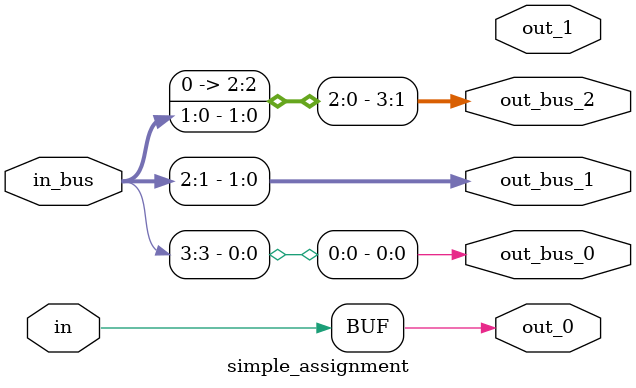
<source format=v>
module simple_assignment (
  input in,
  input [3:0] in_bus,
  output out_0,
  output out_1,
  output [1:0] out_bus_0,
  output [1:0] out_bus_1,
  output [3:0] out_bus_2
);
  // pyverilog: left and right are ast.Identifier.
  assign out_0 = in;
  // pyverilog: left and right are ast.Pointer.
  assign out_bus_0[0] = in_bus[3];
  // pyverilog: left is ast.Identifier, right is ast.Partselect.
  assign out_bus_1 = in_bus[2:1];
  // pyverilog: left and right are ast.Partselect.
  assign out_bus_2[3:1] = in_bus[1:0];
endmodule

</source>
